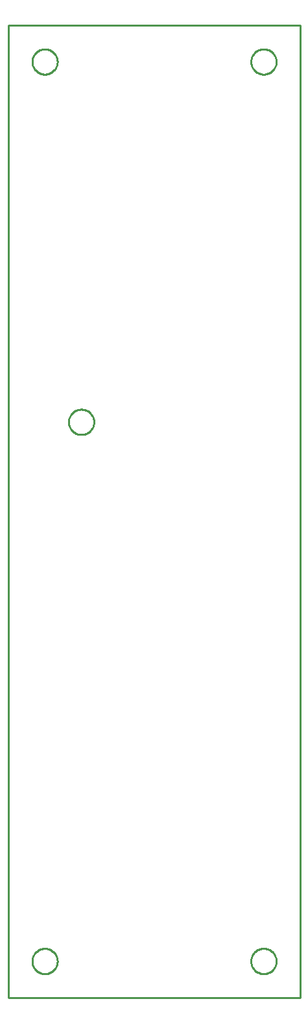
<source format=gbr>
G04 EAGLE Gerber RS-274X export*
G75*
%MOMM*%
%FSLAX34Y34*%
%LPD*%
%IN*%
%IPPOS*%
%AMOC8*
5,1,8,0,0,1.08239X$1,22.5*%
G01*
%ADD10C,0.254000*%


D10*
X0Y0D02*
X381000Y0D01*
X381000Y1270000D01*
X0Y1270000D01*
X0Y0D01*
X111760Y751300D02*
X111689Y750221D01*
X111548Y749149D01*
X111337Y748089D01*
X111058Y747045D01*
X110710Y746021D01*
X110296Y745023D01*
X109818Y744053D01*
X109278Y743117D01*
X108677Y742218D01*
X108019Y741361D01*
X107307Y740548D01*
X106542Y739784D01*
X105729Y739071D01*
X104872Y738413D01*
X103973Y737812D01*
X103037Y737272D01*
X102067Y736794D01*
X101069Y736380D01*
X100045Y736032D01*
X99001Y735753D01*
X97941Y735542D01*
X96869Y735401D01*
X95790Y735330D01*
X94710Y735330D01*
X93631Y735401D01*
X92559Y735542D01*
X91499Y735753D01*
X90455Y736032D01*
X89431Y736380D01*
X88433Y736794D01*
X87463Y737272D01*
X86527Y737812D01*
X85628Y738413D01*
X84771Y739071D01*
X83958Y739784D01*
X83194Y740548D01*
X82481Y741361D01*
X81823Y742218D01*
X81222Y743117D01*
X80682Y744053D01*
X80204Y745023D01*
X79790Y746021D01*
X79442Y747045D01*
X79163Y748089D01*
X78952Y749149D01*
X78811Y750221D01*
X78740Y751300D01*
X78740Y752380D01*
X78811Y753459D01*
X78952Y754531D01*
X79163Y755591D01*
X79442Y756635D01*
X79790Y757659D01*
X80204Y758657D01*
X80682Y759627D01*
X81222Y760563D01*
X81823Y761462D01*
X82481Y762319D01*
X83194Y763132D01*
X83958Y763897D01*
X84771Y764609D01*
X85628Y765267D01*
X86527Y765868D01*
X87463Y766408D01*
X88433Y766886D01*
X89431Y767300D01*
X90455Y767648D01*
X91499Y767927D01*
X92559Y768138D01*
X93631Y768279D01*
X94710Y768350D01*
X95790Y768350D01*
X96869Y768279D01*
X97941Y768138D01*
X99001Y767927D01*
X100045Y767648D01*
X101069Y767300D01*
X102067Y766886D01*
X103037Y766408D01*
X103973Y765868D01*
X104872Y765267D01*
X105729Y764609D01*
X106542Y763897D01*
X107307Y763132D01*
X108019Y762319D01*
X108677Y761462D01*
X109278Y760563D01*
X109818Y759627D01*
X110296Y758657D01*
X110710Y757659D01*
X111058Y756635D01*
X111337Y755591D01*
X111548Y754531D01*
X111689Y753459D01*
X111760Y752380D01*
X111760Y751300D01*
X64125Y47085D02*
X64054Y46007D01*
X63913Y44936D01*
X63703Y43876D01*
X63423Y42833D01*
X63076Y41810D01*
X62662Y40812D01*
X62185Y39843D01*
X61644Y38907D01*
X61044Y38009D01*
X60387Y37152D01*
X59674Y36340D01*
X58910Y35576D01*
X58098Y34864D01*
X57241Y34206D01*
X56343Y33606D01*
X55407Y33066D01*
X54438Y32588D01*
X53440Y32174D01*
X52417Y31827D01*
X51374Y31547D01*
X50314Y31337D01*
X49243Y31196D01*
X48165Y31125D01*
X47085Y31125D01*
X46007Y31196D01*
X44936Y31337D01*
X43876Y31547D01*
X42833Y31827D01*
X41810Y32174D01*
X40812Y32588D01*
X39843Y33066D01*
X38907Y33606D01*
X38009Y34206D01*
X37152Y34864D01*
X36340Y35576D01*
X35576Y36340D01*
X34864Y37152D01*
X34206Y38009D01*
X33606Y38907D01*
X33066Y39843D01*
X32588Y40812D01*
X32174Y41810D01*
X31827Y42833D01*
X31547Y43876D01*
X31337Y44936D01*
X31196Y46007D01*
X31125Y47085D01*
X31125Y48165D01*
X31196Y49243D01*
X31337Y50314D01*
X31547Y51374D01*
X31827Y52417D01*
X32174Y53440D01*
X32588Y54438D01*
X33066Y55407D01*
X33606Y56343D01*
X34206Y57241D01*
X34864Y58098D01*
X35576Y58910D01*
X36340Y59674D01*
X37152Y60387D01*
X38009Y61044D01*
X38907Y61644D01*
X39843Y62185D01*
X40812Y62662D01*
X41810Y63076D01*
X42833Y63423D01*
X43876Y63703D01*
X44936Y63913D01*
X46007Y64054D01*
X47085Y64125D01*
X48165Y64125D01*
X49243Y64054D01*
X50314Y63913D01*
X51374Y63703D01*
X52417Y63423D01*
X53440Y63076D01*
X54438Y62662D01*
X55407Y62185D01*
X56343Y61644D01*
X57241Y61044D01*
X58098Y60387D01*
X58910Y59674D01*
X59674Y58910D01*
X60387Y58098D01*
X61044Y57241D01*
X61644Y56343D01*
X62185Y55407D01*
X62662Y54438D01*
X63076Y53440D01*
X63423Y52417D01*
X63703Y51374D01*
X63913Y50314D01*
X64054Y49243D01*
X64125Y48165D01*
X64125Y47085D01*
X349875Y47085D02*
X349804Y46007D01*
X349663Y44936D01*
X349453Y43876D01*
X349173Y42833D01*
X348826Y41810D01*
X348412Y40812D01*
X347935Y39843D01*
X347394Y38907D01*
X346794Y38009D01*
X346137Y37152D01*
X345424Y36340D01*
X344660Y35576D01*
X343848Y34864D01*
X342991Y34206D01*
X342093Y33606D01*
X341157Y33066D01*
X340188Y32588D01*
X339190Y32174D01*
X338167Y31827D01*
X337124Y31547D01*
X336064Y31337D01*
X334993Y31196D01*
X333915Y31125D01*
X332835Y31125D01*
X331757Y31196D01*
X330686Y31337D01*
X329626Y31547D01*
X328583Y31827D01*
X327560Y32174D01*
X326562Y32588D01*
X325593Y33066D01*
X324657Y33606D01*
X323759Y34206D01*
X322902Y34864D01*
X322090Y35576D01*
X321326Y36340D01*
X320614Y37152D01*
X319956Y38009D01*
X319356Y38907D01*
X318816Y39843D01*
X318338Y40812D01*
X317924Y41810D01*
X317577Y42833D01*
X317297Y43876D01*
X317087Y44936D01*
X316946Y46007D01*
X316875Y47085D01*
X316875Y48165D01*
X316946Y49243D01*
X317087Y50314D01*
X317297Y51374D01*
X317577Y52417D01*
X317924Y53440D01*
X318338Y54438D01*
X318816Y55407D01*
X319356Y56343D01*
X319956Y57241D01*
X320614Y58098D01*
X321326Y58910D01*
X322090Y59674D01*
X322902Y60387D01*
X323759Y61044D01*
X324657Y61644D01*
X325593Y62185D01*
X326562Y62662D01*
X327560Y63076D01*
X328583Y63423D01*
X329626Y63703D01*
X330686Y63913D01*
X331757Y64054D01*
X332835Y64125D01*
X333915Y64125D01*
X334993Y64054D01*
X336064Y63913D01*
X337124Y63703D01*
X338167Y63423D01*
X339190Y63076D01*
X340188Y62662D01*
X341157Y62185D01*
X342093Y61644D01*
X342991Y61044D01*
X343848Y60387D01*
X344660Y59674D01*
X345424Y58910D01*
X346137Y58098D01*
X346794Y57241D01*
X347394Y56343D01*
X347935Y55407D01*
X348412Y54438D01*
X348826Y53440D01*
X349173Y52417D01*
X349453Y51374D01*
X349663Y50314D01*
X349804Y49243D01*
X349875Y48165D01*
X349875Y47085D01*
X64125Y1221835D02*
X64054Y1220757D01*
X63913Y1219686D01*
X63703Y1218626D01*
X63423Y1217583D01*
X63076Y1216560D01*
X62662Y1215562D01*
X62185Y1214593D01*
X61644Y1213657D01*
X61044Y1212759D01*
X60387Y1211902D01*
X59674Y1211090D01*
X58910Y1210326D01*
X58098Y1209614D01*
X57241Y1208956D01*
X56343Y1208356D01*
X55407Y1207816D01*
X54438Y1207338D01*
X53440Y1206924D01*
X52417Y1206577D01*
X51374Y1206297D01*
X50314Y1206087D01*
X49243Y1205946D01*
X48165Y1205875D01*
X47085Y1205875D01*
X46007Y1205946D01*
X44936Y1206087D01*
X43876Y1206297D01*
X42833Y1206577D01*
X41810Y1206924D01*
X40812Y1207338D01*
X39843Y1207816D01*
X38907Y1208356D01*
X38009Y1208956D01*
X37152Y1209614D01*
X36340Y1210326D01*
X35576Y1211090D01*
X34864Y1211902D01*
X34206Y1212759D01*
X33606Y1213657D01*
X33066Y1214593D01*
X32588Y1215562D01*
X32174Y1216560D01*
X31827Y1217583D01*
X31547Y1218626D01*
X31337Y1219686D01*
X31196Y1220757D01*
X31125Y1221835D01*
X31125Y1222915D01*
X31196Y1223993D01*
X31337Y1225064D01*
X31547Y1226124D01*
X31827Y1227167D01*
X32174Y1228190D01*
X32588Y1229188D01*
X33066Y1230157D01*
X33606Y1231093D01*
X34206Y1231991D01*
X34864Y1232848D01*
X35576Y1233660D01*
X36340Y1234424D01*
X37152Y1235137D01*
X38009Y1235794D01*
X38907Y1236394D01*
X39843Y1236935D01*
X40812Y1237412D01*
X41810Y1237826D01*
X42833Y1238173D01*
X43876Y1238453D01*
X44936Y1238663D01*
X46007Y1238804D01*
X47085Y1238875D01*
X48165Y1238875D01*
X49243Y1238804D01*
X50314Y1238663D01*
X51374Y1238453D01*
X52417Y1238173D01*
X53440Y1237826D01*
X54438Y1237412D01*
X55407Y1236935D01*
X56343Y1236394D01*
X57241Y1235794D01*
X58098Y1235137D01*
X58910Y1234424D01*
X59674Y1233660D01*
X60387Y1232848D01*
X61044Y1231991D01*
X61644Y1231093D01*
X62185Y1230157D01*
X62662Y1229188D01*
X63076Y1228190D01*
X63423Y1227167D01*
X63703Y1226124D01*
X63913Y1225064D01*
X64054Y1223993D01*
X64125Y1222915D01*
X64125Y1221835D01*
X349875Y1221835D02*
X349804Y1220757D01*
X349663Y1219686D01*
X349453Y1218626D01*
X349173Y1217583D01*
X348826Y1216560D01*
X348412Y1215562D01*
X347935Y1214593D01*
X347394Y1213657D01*
X346794Y1212759D01*
X346137Y1211902D01*
X345424Y1211090D01*
X344660Y1210326D01*
X343848Y1209614D01*
X342991Y1208956D01*
X342093Y1208356D01*
X341157Y1207816D01*
X340188Y1207338D01*
X339190Y1206924D01*
X338167Y1206577D01*
X337124Y1206297D01*
X336064Y1206087D01*
X334993Y1205946D01*
X333915Y1205875D01*
X332835Y1205875D01*
X331757Y1205946D01*
X330686Y1206087D01*
X329626Y1206297D01*
X328583Y1206577D01*
X327560Y1206924D01*
X326562Y1207338D01*
X325593Y1207816D01*
X324657Y1208356D01*
X323759Y1208956D01*
X322902Y1209614D01*
X322090Y1210326D01*
X321326Y1211090D01*
X320614Y1211902D01*
X319956Y1212759D01*
X319356Y1213657D01*
X318816Y1214593D01*
X318338Y1215562D01*
X317924Y1216560D01*
X317577Y1217583D01*
X317297Y1218626D01*
X317087Y1219686D01*
X316946Y1220757D01*
X316875Y1221835D01*
X316875Y1222915D01*
X316946Y1223993D01*
X317087Y1225064D01*
X317297Y1226124D01*
X317577Y1227167D01*
X317924Y1228190D01*
X318338Y1229188D01*
X318816Y1230157D01*
X319356Y1231093D01*
X319956Y1231991D01*
X320614Y1232848D01*
X321326Y1233660D01*
X322090Y1234424D01*
X322902Y1235137D01*
X323759Y1235794D01*
X324657Y1236394D01*
X325593Y1236935D01*
X326562Y1237412D01*
X327560Y1237826D01*
X328583Y1238173D01*
X329626Y1238453D01*
X330686Y1238663D01*
X331757Y1238804D01*
X332835Y1238875D01*
X333915Y1238875D01*
X334993Y1238804D01*
X336064Y1238663D01*
X337124Y1238453D01*
X338167Y1238173D01*
X339190Y1237826D01*
X340188Y1237412D01*
X341157Y1236935D01*
X342093Y1236394D01*
X342991Y1235794D01*
X343848Y1235137D01*
X344660Y1234424D01*
X345424Y1233660D01*
X346137Y1232848D01*
X346794Y1231991D01*
X347394Y1231093D01*
X347935Y1230157D01*
X348412Y1229188D01*
X348826Y1228190D01*
X349173Y1227167D01*
X349453Y1226124D01*
X349663Y1225064D01*
X349804Y1223993D01*
X349875Y1222915D01*
X349875Y1221835D01*
M02*

</source>
